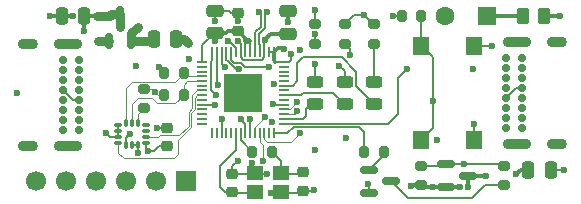
<source format=gbr>
%TF.GenerationSoftware,KiCad,Pcbnew,9.0.4*%
%TF.CreationDate,2025-10-09T20:33:17+01:00*%
%TF.ProjectId,DashcamPower,44617368-6361-46d5-906f-7765722e6b69,rev?*%
%TF.SameCoordinates,Original*%
%TF.FileFunction,Copper,L1,Top*%
%TF.FilePolarity,Positive*%
%FSLAX46Y46*%
G04 Gerber Fmt 4.6, Leading zero omitted, Abs format (unit mm)*
G04 Created by KiCad (PCBNEW 9.0.4) date 2025-10-09 20:33:17*
%MOMM*%
%LPD*%
G01*
G04 APERTURE LIST*
G04 Aperture macros list*
%AMRoundRect*
0 Rectangle with rounded corners*
0 $1 Rounding radius*
0 $2 $3 $4 $5 $6 $7 $8 $9 X,Y pos of 4 corners*
0 Add a 4 corners polygon primitive as box body*
4,1,4,$2,$3,$4,$5,$6,$7,$8,$9,$2,$3,0*
0 Add four circle primitives for the rounded corners*
1,1,$1+$1,$2,$3*
1,1,$1+$1,$4,$5*
1,1,$1+$1,$6,$7*
1,1,$1+$1,$8,$9*
0 Add four rect primitives between the rounded corners*
20,1,$1+$1,$2,$3,$4,$5,0*
20,1,$1+$1,$4,$5,$6,$7,0*
20,1,$1+$1,$6,$7,$8,$9,0*
20,1,$1+$1,$8,$9,$2,$3,0*%
G04 Aperture macros list end*
%TA.AperFunction,SMDPad,CuDef*%
%ADD10RoundRect,0.200000X-0.200000X-0.275000X0.200000X-0.275000X0.200000X0.275000X-0.200000X0.275000X0*%
%TD*%
%TA.AperFunction,SMDPad,CuDef*%
%ADD11RoundRect,0.200000X-0.275000X0.200000X-0.275000X-0.200000X0.275000X-0.200000X0.275000X0.200000X0*%
%TD*%
%TA.AperFunction,SMDPad,CuDef*%
%ADD12RoundRect,0.225000X0.250000X-0.225000X0.250000X0.225000X-0.250000X0.225000X-0.250000X-0.225000X0*%
%TD*%
%TA.AperFunction,ComponentPad*%
%ADD13C,0.700000*%
%TD*%
%TA.AperFunction,ComponentPad*%
%ADD14O,2.400000X0.900000*%
%TD*%
%TA.AperFunction,ComponentPad*%
%ADD15O,1.700000X0.900000*%
%TD*%
%TA.AperFunction,SMDPad,CuDef*%
%ADD16RoundRect,0.200000X0.275000X-0.200000X0.275000X0.200000X-0.275000X0.200000X-0.275000X-0.200000X0*%
%TD*%
%TA.AperFunction,ComponentPad*%
%ADD17R,1.700000X1.700000*%
%TD*%
%TA.AperFunction,ComponentPad*%
%ADD18C,1.700000*%
%TD*%
%TA.AperFunction,SMDPad,CuDef*%
%ADD19RoundRect,0.150000X-0.587500X-0.150000X0.587500X-0.150000X0.587500X0.150000X-0.587500X0.150000X0*%
%TD*%
%TA.AperFunction,ComponentPad*%
%ADD20RoundRect,0.250000X0.550000X0.550000X-0.550000X0.550000X-0.550000X-0.550000X0.550000X-0.550000X0*%
%TD*%
%TA.AperFunction,ComponentPad*%
%ADD21C,1.600000*%
%TD*%
%TA.AperFunction,SMDPad,CuDef*%
%ADD22RoundRect,0.250000X0.250000X0.475000X-0.250000X0.475000X-0.250000X-0.475000X0.250000X-0.475000X0*%
%TD*%
%TA.AperFunction,SMDPad,CuDef*%
%ADD23R,1.400000X1.600000*%
%TD*%
%TA.AperFunction,SMDPad,CuDef*%
%ADD24RoundRect,0.087500X-0.225000X-0.087500X0.225000X-0.087500X0.225000X0.087500X-0.225000X0.087500X0*%
%TD*%
%TA.AperFunction,SMDPad,CuDef*%
%ADD25RoundRect,0.087500X-0.087500X-0.225000X0.087500X-0.225000X0.087500X0.225000X-0.087500X0.225000X0*%
%TD*%
%TA.AperFunction,SMDPad,CuDef*%
%ADD26RoundRect,0.050000X-0.387500X-0.050000X0.387500X-0.050000X0.387500X0.050000X-0.387500X0.050000X0*%
%TD*%
%TA.AperFunction,SMDPad,CuDef*%
%ADD27RoundRect,0.050000X-0.050000X-0.387500X0.050000X-0.387500X0.050000X0.387500X-0.050000X0.387500X0*%
%TD*%
%TA.AperFunction,HeatsinkPad*%
%ADD28R,3.200000X3.200000*%
%TD*%
%TA.AperFunction,SMDPad,CuDef*%
%ADD29RoundRect,0.250000X0.475000X-0.250000X0.475000X0.250000X-0.475000X0.250000X-0.475000X-0.250000X0*%
%TD*%
%TA.AperFunction,SMDPad,CuDef*%
%ADD30RoundRect,0.243750X-0.456250X0.243750X-0.456250X-0.243750X0.456250X-0.243750X0.456250X0.243750X0*%
%TD*%
%TA.AperFunction,SMDPad,CuDef*%
%ADD31RoundRect,0.150000X0.150000X-0.512500X0.150000X0.512500X-0.150000X0.512500X-0.150000X-0.512500X0*%
%TD*%
%TA.AperFunction,SMDPad,CuDef*%
%ADD32R,1.400000X1.200000*%
%TD*%
%TA.AperFunction,SMDPad,CuDef*%
%ADD33RoundRect,0.200000X0.200000X0.275000X-0.200000X0.275000X-0.200000X-0.275000X0.200000X-0.275000X0*%
%TD*%
%TA.AperFunction,SMDPad,CuDef*%
%ADD34RoundRect,0.225000X-0.250000X0.225000X-0.250000X-0.225000X0.250000X-0.225000X0.250000X0.225000X0*%
%TD*%
%TA.AperFunction,SMDPad,CuDef*%
%ADD35RoundRect,0.250000X0.262500X0.450000X-0.262500X0.450000X-0.262500X-0.450000X0.262500X-0.450000X0*%
%TD*%
%TA.AperFunction,SMDPad,CuDef*%
%ADD36RoundRect,0.250000X-0.250000X-0.475000X0.250000X-0.475000X0.250000X0.475000X-0.250000X0.475000X0*%
%TD*%
%TA.AperFunction,ViaPad*%
%ADD37C,0.600000*%
%TD*%
%TA.AperFunction,Conductor*%
%ADD38C,0.152400*%
%TD*%
%TA.AperFunction,Conductor*%
%ADD39C,0.100000*%
%TD*%
%TA.AperFunction,Conductor*%
%ADD40C,0.350000*%
%TD*%
%TA.AperFunction,Conductor*%
%ADD41C,0.200000*%
%TD*%
%TA.AperFunction,Conductor*%
%ADD42C,0.750000*%
%TD*%
%TA.AperFunction,Conductor*%
%ADD43C,0.180000*%
%TD*%
G04 APERTURE END LIST*
D10*
%TO.P,R4,1*%
%TO.N,/USB_OUT_ON*%
X97675000Y-105000000D03*
%TO.P,R4,2*%
%TO.N,Net-(Q2-B)*%
X99325000Y-105000000D03*
%TD*%
D11*
%TO.P,R5,1*%
%TO.N,+3.3V*%
X79000000Y-99675000D03*
%TO.P,R5,2*%
%TO.N,Net-(U2-CS)*%
X79000000Y-101325000D03*
%TD*%
D12*
%TO.P,C4,1*%
%TO.N,+3.3V*%
X87000000Y-94775000D03*
%TO.P,C4,2*%
%TO.N,GND*%
X87000000Y-93225000D03*
%TD*%
D13*
%TO.P,J2,A1,GND*%
%TO.N,GND*%
X109650000Y-102975000D03*
%TO.P,J2,A4,VBUS*%
%TO.N,/USB_VOUT*%
X109650000Y-102125000D03*
%TO.P,J2,A5,CC1*%
%TO.N,Net-(J2-CC1)*%
X109650000Y-101275000D03*
%TO.P,J2,A6,D+*%
%TO.N,Net-(J2-D+-PadA6)*%
X109650000Y-100425000D03*
%TO.P,J2,A7,D-*%
%TO.N,Net-(J2-D--PadA7)*%
X109650000Y-99575000D03*
%TO.P,J2,A8,SBU1*%
%TO.N,unconnected-(J2-SBU1-PadA8)*%
X109650000Y-98725000D03*
%TO.P,J2,A9,VBUS*%
%TO.N,/USB_VOUT*%
X109650000Y-97875000D03*
%TO.P,J2,A12,GND*%
%TO.N,GND*%
X109650000Y-97025000D03*
%TO.P,J2,B1,GND*%
X111000000Y-97025000D03*
%TO.P,J2,B4,VBUS*%
%TO.N,/USB_VOUT*%
X111000000Y-97875000D03*
%TO.P,J2,B5,CC2*%
%TO.N,Net-(J2-CC2)*%
X111000000Y-98725000D03*
%TO.P,J2,B6,D+*%
%TO.N,Net-(J2-D+-PadA6)*%
X111000000Y-99575000D03*
%TO.P,J2,B7,D-*%
%TO.N,Net-(J2-D--PadA7)*%
X111000000Y-100425000D03*
%TO.P,J2,B8,SBU2*%
%TO.N,unconnected-(J2-SBU2-PadB8)*%
X111000000Y-101275000D03*
%TO.P,J2,B9,VBUS*%
%TO.N,/USB_VOUT*%
X111000000Y-102125000D03*
%TO.P,J2,B12,GND*%
%TO.N,GND*%
X111000000Y-102975000D03*
D14*
%TO.P,J2,S1,SHIELD*%
X110630000Y-104325000D03*
D15*
X114010000Y-104325000D03*
D14*
X110630000Y-95675000D03*
D15*
X114010000Y-95675000D03*
%TD*%
D16*
%TO.P,R15,1*%
%TO.N,Net-(D2-K)*%
X96000000Y-95825000D03*
%TO.P,R15,2*%
%TO.N,GND*%
X96000000Y-94175000D03*
%TD*%
%TO.P,R3,1*%
%TO.N,+5V*%
X102500000Y-107825000D03*
%TO.P,R3,2*%
%TO.N,Net-(Q1-G)*%
X102500000Y-106175000D03*
%TD*%
D17*
%TO.P,J4,1,Pin_1*%
%TO.N,/SWD*%
X82540000Y-107500000D03*
D18*
%TO.P,J4,2,Pin_2*%
%TO.N,GND*%
X80000000Y-107500000D03*
%TO.P,J4,3,Pin_3*%
%TO.N,/SWC*%
X77460000Y-107500000D03*
%TO.P,J4,4,Pin_4*%
%TO.N,/UTX*%
X74920000Y-107500000D03*
%TO.P,J4,5,Pin_5*%
%TO.N,/URX*%
X72380000Y-107500000D03*
%TO.P,J4,6,Pin_6*%
%TO.N,+3.3V*%
X69840000Y-107500000D03*
%TD*%
D19*
%TO.P,Q2,1,B*%
%TO.N,Net-(Q2-B)*%
X98062500Y-106550000D03*
%TO.P,Q2,2,E*%
%TO.N,GND*%
X98062500Y-108450000D03*
%TO.P,Q2,3,C*%
%TO.N,Net-(Q2-C)*%
X99937500Y-107500000D03*
%TD*%
D12*
%TO.P,C5,1*%
%TO.N,+3.3V*%
X81000000Y-104500000D03*
%TO.P,C5,2*%
%TO.N,GND*%
X81000000Y-102950000D03*
%TD*%
D20*
%TO.P,LS1,1,1*%
%TO.N,Net-(LS1-Pad1)*%
X108100000Y-93500000D03*
D21*
%TO.P,LS1,2,2*%
%TO.N,Net-(Q3-C)*%
X104500000Y-93500000D03*
%TD*%
D22*
%TO.P,C1,1*%
%TO.N,+5V*%
X73950000Y-93500000D03*
%TO.P,C1,2*%
%TO.N,GND*%
X72050000Y-93500000D03*
%TD*%
D23*
%TO.P,SW1,1,1*%
%TO.N,Net-(R17-Pad2)*%
X102500000Y-104000000D03*
X102500000Y-96000000D03*
%TO.P,SW1,2,2*%
%TO.N,GND*%
X107000000Y-104000000D03*
X107000000Y-96000000D03*
%TD*%
D24*
%TO.P,U2,1,SDO/SA0*%
%TO.N,GND*%
X76837500Y-102750000D03*
%TO.P,U2,2,SDX*%
X76837500Y-103250000D03*
%TO.P,U2,3,SCX*%
X76837500Y-103750000D03*
%TO.P,U2,4,INT1*%
%TO.N,/IMU_INT1*%
X76837500Y-104250000D03*
D25*
%TO.P,U2,5,VDDIO*%
%TO.N,+3.3V*%
X77500000Y-104412500D03*
%TO.P,U2,6,GND*%
%TO.N,GND*%
X78000000Y-104412500D03*
%TO.P,U2,7,GND*%
X78500000Y-104412500D03*
D24*
%TO.P,U2,8,VDD*%
%TO.N,+3.3V*%
X79162500Y-104250000D03*
%TO.P,U2,9,INT2*%
%TO.N,/IMU_INT2*%
X79162500Y-103750000D03*
%TO.P,U2,10,NC*%
%TO.N,unconnected-(U2-NC-Pad10)*%
X79162500Y-103250000D03*
%TO.P,U2,11,NC*%
%TO.N,unconnected-(U2-NC-Pad11)*%
X79162500Y-102750000D03*
D25*
%TO.P,U2,12,CS*%
%TO.N,Net-(U2-CS)*%
X78500000Y-102587500D03*
%TO.P,U2,13,SCL*%
%TO.N,/I2C_SCL*%
X78000000Y-102587500D03*
%TO.P,U2,14,SDA*%
%TO.N,/I2C_SDA*%
X77500000Y-102587500D03*
%TD*%
D10*
%TO.P,R17,1*%
%TO.N,+3.3V*%
X100850000Y-93500000D03*
%TO.P,R17,2*%
%TO.N,Net-(R17-Pad2)*%
X102500000Y-93500000D03*
%TD*%
D13*
%TO.P,J1,A1,GND*%
%TO.N,GND*%
X73525000Y-97200000D03*
%TO.P,J1,A4,VBUS*%
%TO.N,+5V*%
X73525000Y-98050000D03*
%TO.P,J1,A5,CC1*%
%TO.N,Net-(J1-CC1)*%
X73525000Y-98900000D03*
%TO.P,J1,A6,D+*%
%TO.N,/USB_D_P*%
X73525000Y-99750000D03*
%TO.P,J1,A7,D-*%
%TO.N,/USB_D_N*%
X73525000Y-100600000D03*
%TO.P,J1,A8,SBU1*%
%TO.N,unconnected-(J1-SBU1-PadA8)*%
X73525000Y-101450000D03*
%TO.P,J1,A9,VBUS*%
%TO.N,+5V*%
X73525000Y-102300000D03*
%TO.P,J1,A12,GND*%
%TO.N,GND*%
X73525000Y-103150000D03*
%TO.P,J1,B1,GND*%
X72175000Y-103150000D03*
%TO.P,J1,B4,VBUS*%
%TO.N,+5V*%
X72175000Y-102300000D03*
%TO.P,J1,B5,CC2*%
%TO.N,Net-(J1-CC2)*%
X72175000Y-101450000D03*
%TO.P,J1,B6,D+*%
%TO.N,/USB_D_P*%
X72175000Y-100600000D03*
%TO.P,J1,B7,D-*%
%TO.N,/USB_D_N*%
X72175000Y-99750000D03*
%TO.P,J1,B8,SBU2*%
%TO.N,unconnected-(J1-SBU2-PadB8)*%
X72175000Y-98900000D03*
%TO.P,J1,B9,VBUS*%
%TO.N,+5V*%
X72175000Y-98050000D03*
%TO.P,J1,B12,GND*%
%TO.N,GND*%
X72175000Y-97200000D03*
D14*
%TO.P,J1,S1,SHIELD*%
X72545000Y-95850000D03*
D15*
X69165000Y-95850000D03*
D14*
X72545000Y-104500000D03*
D15*
X69165000Y-104500000D03*
%TD*%
D10*
%TO.P,R6,1*%
%TO.N,+3.3V*%
X80725000Y-100200000D03*
%TO.P,R6,2*%
%TO.N,/I2C_SCL*%
X82375000Y-100200000D03*
%TD*%
D26*
%TO.P,U3,1,IOVDD*%
%TO.N,+3.3V*%
X83962500Y-97400000D03*
%TO.P,U3,2,GPIO0*%
%TO.N,unconnected-(U3-GPIO0-Pad2)*%
X83962500Y-97800000D03*
%TO.P,U3,3,GPIO1*%
%TO.N,unconnected-(U3-GPIO1-Pad3)*%
X83962500Y-98200000D03*
%TO.P,U3,4,GPIO2*%
%TO.N,/I2C_SDA*%
X83962500Y-98600000D03*
%TO.P,U3,5,GPIO3*%
%TO.N,/I2C_SCL*%
X83962500Y-99000000D03*
%TO.P,U3,6,GPIO4*%
%TO.N,unconnected-(U3-GPIO4-Pad6)*%
X83962500Y-99400000D03*
%TO.P,U3,7,GPIO5*%
%TO.N,/IMU_INT2*%
X83962500Y-99800000D03*
%TO.P,U3,8,GPIO6*%
%TO.N,/IMU_INT1*%
X83962500Y-100200000D03*
%TO.P,U3,9,GPIO7*%
%TO.N,unconnected-(U3-GPIO7-Pad9)*%
X83962500Y-100600000D03*
%TO.P,U3,10,IOVDD*%
%TO.N,+3.3V*%
X83962500Y-101000000D03*
%TO.P,U3,11,GPIO8*%
%TO.N,unconnected-(U3-GPIO8-Pad11)*%
X83962500Y-101400000D03*
%TO.P,U3,12,GPIO9*%
%TO.N,unconnected-(U3-GPIO9-Pad12)*%
X83962500Y-101800000D03*
%TO.P,U3,13,GPIO10*%
%TO.N,unconnected-(U3-GPIO10-Pad13)*%
X83962500Y-102200000D03*
%TO.P,U3,14,GPIO11*%
%TO.N,unconnected-(U3-GPIO11-Pad14)*%
X83962500Y-102600000D03*
D27*
%TO.P,U3,15,GPIO12*%
%TO.N,unconnected-(U3-GPIO12-Pad15)*%
X84800000Y-103437500D03*
%TO.P,U3,16,GPIO13*%
%TO.N,unconnected-(U3-GPIO13-Pad16)*%
X85200000Y-103437500D03*
%TO.P,U3,17,GPIO14*%
%TO.N,/BUZZER*%
X85600000Y-103437500D03*
%TO.P,U3,18,GPIO15*%
%TO.N,unconnected-(U3-GPIO15-Pad18)*%
X86000000Y-103437500D03*
%TO.P,U3,19,TESTEN*%
%TO.N,unconnected-(U3-TESTEN-Pad19)*%
X86400000Y-103437500D03*
%TO.P,U3,20,XIN*%
%TO.N,Net-(U3-XIN)*%
X86800000Y-103437500D03*
%TO.P,U3,21,XOUT*%
%TO.N,Net-(U3-XOUT)*%
X87200000Y-103437500D03*
%TO.P,U3,22,IOVDD*%
%TO.N,+3.3V*%
X87600000Y-103437500D03*
%TO.P,U3,23,DVDD*%
%TO.N,/VCORE*%
X88000000Y-103437500D03*
%TO.P,U3,24,SWCLK*%
%TO.N,/SWC*%
X88400000Y-103437500D03*
%TO.P,U3,25,SWD*%
%TO.N,/SWD*%
X88800000Y-103437500D03*
%TO.P,U3,26,RUN*%
%TO.N,Net-(U3-RUN)*%
X89200000Y-103437500D03*
%TO.P,U3,27,GPIO16*%
%TO.N,unconnected-(U3-GPIO16-Pad27)*%
X89600000Y-103437500D03*
%TO.P,U3,28,GPIO17*%
%TO.N,/USB_OUT_ON*%
X90000000Y-103437500D03*
D26*
%TO.P,U3,29,GPIO18*%
%TO.N,/BTN*%
X90837500Y-102600000D03*
%TO.P,U3,30,GPIO19*%
%TO.N,/LED_G*%
X90837500Y-102200000D03*
%TO.P,U3,31,GPIO20*%
%TO.N,/UTX*%
X90837500Y-101800000D03*
%TO.P,U3,32,GPIO21*%
%TO.N,/URX*%
X90837500Y-101400000D03*
%TO.P,U3,33,IOVDD*%
%TO.N,+3.3V*%
X90837500Y-101000000D03*
%TO.P,U3,34,GPIO22*%
%TO.N,unconnected-(U3-GPIO22-Pad34)*%
X90837500Y-100600000D03*
%TO.P,U3,35,GPIO23*%
%TO.N,/LED_R*%
X90837500Y-100200000D03*
%TO.P,U3,36,GPIO24*%
%TO.N,unconnected-(U3-GPIO24-Pad36)*%
X90837500Y-99800000D03*
%TO.P,U3,37,GPIO25*%
%TO.N,/LED_Y*%
X90837500Y-99400000D03*
%TO.P,U3,38,GPIO26_ADC0*%
%TO.N,unconnected-(U3-GPIO26_ADC0-Pad38)*%
X90837500Y-99000000D03*
%TO.P,U3,39,GPIO27_ADC1*%
%TO.N,unconnected-(U3-GPIO27_ADC1-Pad39)*%
X90837500Y-98600000D03*
%TO.P,U3,40,GPIO28_ADC2*%
%TO.N,unconnected-(U3-GPIO28_ADC2-Pad40)*%
X90837500Y-98200000D03*
%TO.P,U3,41,GPIO29_ADC3*%
%TO.N,unconnected-(U3-GPIO29_ADC3-Pad41)*%
X90837500Y-97800000D03*
%TO.P,U3,42,IOVDD*%
%TO.N,+3.3V*%
X90837500Y-97400000D03*
D27*
%TO.P,U3,43,ADC_AVDD*%
X90000000Y-96562500D03*
%TO.P,U3,44,VREG_IN*%
X89600000Y-96562500D03*
%TO.P,U3,45,VREG_VOUT*%
%TO.N,/VCORE*%
X89200000Y-96562500D03*
%TO.P,U3,46,USB_DM*%
%TO.N,/USB_RES_D_P*%
X88800000Y-96562500D03*
%TO.P,U3,47,USB_DP*%
%TO.N,/USB_RES_D_N*%
X88400000Y-96562500D03*
%TO.P,U3,48,USB_VDD*%
%TO.N,+3.3V*%
X88000000Y-96562500D03*
%TO.P,U3,49,IOVDD*%
X87600000Y-96562500D03*
%TO.P,U3,50,DVDD*%
%TO.N,/VCORE*%
X87200000Y-96562500D03*
%TO.P,U3,51,QSPI_SD3*%
%TO.N,/QSPI_SD3*%
X86800000Y-96562500D03*
%TO.P,U3,52,QSPI_SCLK*%
%TO.N,/QSPI_CLK*%
X86400000Y-96562500D03*
%TO.P,U3,53,QSPI_SD0*%
%TO.N,/QSPI_SD0*%
X86000000Y-96562500D03*
%TO.P,U3,54,QSPI_SD2*%
%TO.N,/QSPI_SD2*%
X85600000Y-96562500D03*
%TO.P,U3,55,QSPI_SD1*%
%TO.N,/QSPI_SD1*%
X85200000Y-96562500D03*
%TO.P,U3,56,QSPI_SS*%
%TO.N,/QSPI_SS*%
X84800000Y-96562500D03*
D28*
%TO.P,U3,57,GND*%
%TO.N,GND*%
X87400000Y-100000000D03*
%TD*%
D29*
%TO.P,C9,1*%
%TO.N,+3.3V*%
X85000000Y-94950000D03*
%TO.P,C9,2*%
%TO.N,GND*%
X85000000Y-93050000D03*
%TD*%
D30*
%TO.P,D3,1,K*%
%TO.N,Net-(D3-K)*%
X98500000Y-99062500D03*
%TO.P,D3,2,A*%
%TO.N,/LED_Y*%
X98500000Y-100937500D03*
%TD*%
D16*
%TO.P,R16,1*%
%TO.N,Net-(D3-K)*%
X98500000Y-95825000D03*
%TO.P,R16,2*%
%TO.N,GND*%
X98500000Y-94175000D03*
%TD*%
D31*
%TO.P,U1,1,GND*%
%TO.N,GND*%
X76050000Y-95637500D03*
%TO.P,U1,2,VO*%
%TO.N,+3.3V*%
X77950000Y-95637500D03*
%TO.P,U1,3,VI*%
%TO.N,+5V*%
X77000000Y-93362500D03*
%TD*%
D16*
%TO.P,R22,1*%
%TO.N,Net-(Q2-C)*%
X109500000Y-107825000D03*
%TO.P,R22,2*%
%TO.N,Net-(Q1-G)*%
X109500000Y-106175000D03*
%TD*%
D19*
%TO.P,Q1,1,G*%
%TO.N,Net-(Q1-G)*%
X104562500Y-106050000D03*
%TO.P,Q1,2,S*%
%TO.N,+5V*%
X104562500Y-107950000D03*
%TO.P,Q1,3,D*%
%TO.N,/USB_VOUT*%
X106437500Y-107000000D03*
%TD*%
D32*
%TO.P,Y1,1,1*%
%TO.N,Net-(C11-Pad1)*%
X90600000Y-106800000D03*
%TO.P,Y1,2,2*%
%TO.N,GND*%
X88400000Y-106800000D03*
%TO.P,Y1,3,3*%
%TO.N,Net-(U3-XIN)*%
X88400000Y-108400000D03*
%TO.P,Y1,4,4*%
%TO.N,GND*%
X90600000Y-108400000D03*
%TD*%
D33*
%TO.P,R10,1*%
%TO.N,Net-(C11-Pad1)*%
X89825000Y-105000000D03*
%TO.P,R10,2*%
%TO.N,Net-(U3-XOUT)*%
X88175000Y-105000000D03*
%TD*%
D30*
%TO.P,D2,1,K*%
%TO.N,Net-(D2-K)*%
X96000000Y-99062500D03*
%TO.P,D2,2,A*%
%TO.N,/LED_R*%
X96000000Y-100937500D03*
%TD*%
%TO.P,D1,1,K*%
%TO.N,Net-(D1-K)*%
X93500000Y-99062500D03*
%TO.P,D1,2,A*%
%TO.N,/LED_G*%
X93500000Y-100937500D03*
%TD*%
D34*
%TO.P,C11,1*%
%TO.N,Net-(C11-Pad1)*%
X92500000Y-106725000D03*
%TO.P,C11,2*%
%TO.N,GND*%
X92500000Y-108275000D03*
%TD*%
D35*
%TO.P,R20,1*%
%TO.N,+5V*%
X112912500Y-93500000D03*
%TO.P,R20,2*%
%TO.N,Net-(LS1-Pad1)*%
X111087500Y-93500000D03*
%TD*%
D10*
%TO.P,R7,1*%
%TO.N,+3.3V*%
X80750000Y-98300000D03*
%TO.P,R7,2*%
%TO.N,/I2C_SDA*%
X82400000Y-98300000D03*
%TD*%
D29*
%TO.P,C6,1*%
%TO.N,/VCORE*%
X91250000Y-95000000D03*
%TO.P,C6,2*%
%TO.N,GND*%
X91250000Y-93100000D03*
%TD*%
D12*
%TO.P,C12,1*%
%TO.N,Net-(U3-XIN)*%
X86500000Y-108400000D03*
%TO.P,C12,2*%
%TO.N,GND*%
X86500000Y-106850000D03*
%TD*%
D16*
%TO.P,R14,1*%
%TO.N,Net-(D1-K)*%
X93500000Y-95825000D03*
%TO.P,R14,2*%
%TO.N,GND*%
X93500000Y-94175000D03*
%TD*%
D36*
%TO.P,C3,1*%
%TO.N,/USB_VOUT*%
X111550000Y-106500000D03*
%TO.P,C3,2*%
%TO.N,GND*%
X113450000Y-106500000D03*
%TD*%
%TO.P,C2,1*%
%TO.N,+3.3V*%
X79850000Y-95450000D03*
%TO.P,C2,2*%
%TO.N,GND*%
X81750000Y-95450000D03*
%TD*%
D37*
%TO.N,GND*%
X92250000Y-96350000D03*
%TO.N,+5V*%
X75000000Y-93500000D03*
X103450000Y-107950000D03*
X114200000Y-93500000D03*
X105749997Y-107950000D03*
X73950000Y-94800000D03*
X76999000Y-94450000D03*
X101600000Y-107850000D03*
%TO.N,GND*%
X73000000Y-93500000D03*
X88150122Y-105975000D03*
X82750000Y-95800000D03*
X91250000Y-94000000D03*
X78500000Y-105100000D03*
X86450000Y-101000000D03*
X78350000Y-97700000D03*
X87000000Y-93900000D03*
X97650000Y-93400000D03*
X97950000Y-107700000D03*
X89888167Y-102492598D03*
X107000000Y-102650000D03*
X86500000Y-100000000D03*
X106900000Y-98000000D03*
X93500000Y-93000000D03*
X114550000Y-106500000D03*
X68300000Y-100050000D03*
X93450000Y-108250000D03*
X89750000Y-108500000D03*
X82800000Y-97100000D03*
X85000000Y-93900000D03*
X75150000Y-95650000D03*
X87411725Y-98888275D03*
X108450000Y-96000000D03*
X89399998Y-106900000D03*
X86950000Y-105750000D03*
X80150000Y-102950000D03*
X96150000Y-103800000D03*
X71100000Y-93500000D03*
X75800000Y-103400000D03*
X90000000Y-99250000D03*
%TO.N,+3.3V*%
X93500000Y-104850000D03*
X87843800Y-95587988D03*
X91500000Y-96700000D03*
X85050000Y-101000000D03*
X78500000Y-94400000D03*
X89900000Y-100905000D03*
X79400000Y-104900000D03*
X79950000Y-99950000D03*
X80300000Y-97850000D03*
X77800000Y-103500000D03*
X100137500Y-93500748D03*
X78800000Y-95637500D03*
X90850000Y-96300000D03*
X85013075Y-95641883D03*
X87200000Y-102200000D03*
%TO.N,/VCORE*%
X88000000Y-102250000D03*
X86950000Y-95650000D03*
X89256200Y-95500000D03*
%TO.N,/BTN*%
X101250000Y-98000000D03*
%TO.N,Net-(U3-RUN)*%
X92200000Y-103400000D03*
%TO.N,Net-(D1-K)*%
X93500000Y-97550000D03*
X93500000Y-95000000D03*
%TO.N,Net-(D2-K)*%
X96450000Y-96800000D03*
X95538275Y-97711725D03*
%TO.N,/SWC*%
X89223608Y-102047215D03*
%TO.N,/URX*%
X91975000Y-100776200D03*
%TO.N,/UTX*%
X92002616Y-101575726D03*
%TO.N,/SWD*%
X89100000Y-105799998D03*
%TO.N,Net-(Q1-G)*%
X106100000Y-106050000D03*
%TO.N,/USB_RES_D_N*%
X88718301Y-93145685D03*
%TO.N,/USB_RES_D_P*%
X89470701Y-93145685D03*
%TO.N,Net-(R17-Pad2)*%
X103500000Y-100650000D03*
%TO.N,/BUZZER*%
X85600000Y-102250000D03*
%TO.N,/QSPI_SD1*%
X85253400Y-99350000D03*
%TO.N,/QSPI_SD2*%
X85850000Y-97850000D03*
%TO.N,/QSPI_CLK*%
X89611196Y-97815792D03*
%TO.N,/QSPI_SS*%
X85100000Y-100200000D03*
%TO.N,/USB_VOUT*%
X110550000Y-106850000D03*
X103800000Y-104000000D03*
X107950000Y-107000000D03*
X106450000Y-107950000D03*
%TO.N,/QSPI_SD0*%
X87081022Y-97999998D03*
%TO.N,/QSPI_SD3*%
X86150000Y-95600000D03*
%TD*%
D38*
%TO.N,GND*%
X88150122Y-106650122D02*
X88400000Y-106900000D01*
X88150122Y-105975000D02*
X88150122Y-106650122D01*
D39*
%TO.N,+3.3V*%
X79950000Y-99950000D02*
X80200000Y-100200000D01*
X79675000Y-99675000D02*
X79000000Y-99675000D01*
X79950000Y-99950000D02*
X79675000Y-99675000D01*
X80200000Y-100200000D02*
X80725000Y-100200000D01*
%TO.N,Net-(U2-CS)*%
X78500000Y-102587500D02*
X78500000Y-101825000D01*
X78500000Y-101825000D02*
X79000000Y-101325000D01*
D40*
%TO.N,+3.3V*%
X90362500Y-96200000D02*
X90000000Y-96562500D01*
X90750000Y-96200000D02*
X90362500Y-96200000D01*
X90850000Y-96300000D02*
X90750000Y-96200000D01*
D41*
X91300000Y-97400000D02*
X90837500Y-97400000D01*
X91500000Y-97200000D02*
X91300000Y-97400000D01*
X91500000Y-96700000D02*
X91500000Y-97200000D01*
D40*
%TO.N,+5V*%
X101625000Y-107825000D02*
X101600000Y-107850000D01*
D42*
X77000000Y-93362500D02*
X77000000Y-93700000D01*
D40*
X102500000Y-107825000D02*
X101625000Y-107825000D01*
X112912500Y-93500000D02*
X114200000Y-93500000D01*
D42*
X77000000Y-93700000D02*
X76999000Y-93701000D01*
D40*
X102625000Y-107950000D02*
X102500000Y-107825000D01*
X73950000Y-93500000D02*
X73950000Y-94800000D01*
X104562500Y-107950000D02*
X103450000Y-107950000D01*
D42*
X76100000Y-93500000D02*
X75000000Y-93500000D01*
D40*
X73950000Y-93500000D02*
X75000000Y-93500000D01*
D42*
X76999000Y-93701000D02*
X76999000Y-94450000D01*
D40*
X105550000Y-107950000D02*
X105800000Y-107950000D01*
X104562500Y-107950000D02*
X105550000Y-107950000D01*
D42*
X76237500Y-93362500D02*
X76100000Y-93500000D01*
D40*
X105800000Y-107950000D02*
X105749997Y-107950000D01*
D42*
X77000000Y-93362500D02*
X76237500Y-93362500D01*
D40*
X103450000Y-107950000D02*
X102625000Y-107950000D01*
D38*
%TO.N,GND*%
X72050000Y-93650000D02*
X72100000Y-93700000D01*
X78500000Y-104412500D02*
X78500000Y-105100000D01*
X88400000Y-106900000D02*
X89399998Y-106900000D01*
X96000000Y-94175000D02*
X96025000Y-94175000D01*
X113450000Y-106500000D02*
X114550000Y-106500000D01*
D42*
X81750000Y-95450000D02*
X82400000Y-95450000D01*
D38*
X76837500Y-103250000D02*
X76837500Y-102750000D01*
X98062500Y-108450000D02*
X98062500Y-107812500D01*
D40*
X72050000Y-93500000D02*
X73000000Y-93500000D01*
D38*
X76837500Y-103750000D02*
X76150000Y-103750000D01*
X98062500Y-107812500D02*
X97950000Y-107700000D01*
X106950000Y-104000000D02*
X106900000Y-104050000D01*
X98500000Y-94175000D02*
X98425000Y-94175000D01*
X86200000Y-93050000D02*
X85000000Y-93050000D01*
X107000000Y-104000000D02*
X107000000Y-102650000D01*
X76837500Y-103750000D02*
X76837500Y-103250000D01*
X85000000Y-93050000D02*
X85000000Y-93900000D01*
X92500000Y-108275000D02*
X93425000Y-108275000D01*
X87400000Y-100000000D02*
X87400000Y-98900000D01*
X86500000Y-106850000D02*
X86500000Y-106200000D01*
X86375000Y-93225000D02*
X86200000Y-93050000D01*
X93425000Y-108275000D02*
X93450000Y-108250000D01*
D42*
X76050000Y-95637500D02*
X75162500Y-95637500D01*
D38*
X88250000Y-106900000D02*
X88200000Y-106850000D01*
X87000000Y-93225000D02*
X87000000Y-93900000D01*
X88400000Y-106900000D02*
X88250000Y-106900000D01*
X81000000Y-102950000D02*
X80150000Y-102950000D01*
X96800000Y-93400000D02*
X97650000Y-93400000D01*
D42*
X82400000Y-95450000D02*
X82750000Y-95800000D01*
D38*
X76150000Y-103750000D02*
X75800000Y-103400000D01*
X96025000Y-94175000D02*
X96800000Y-93400000D01*
X98425000Y-94175000D02*
X97650000Y-93400000D01*
X87400000Y-100050000D02*
X86450000Y-101000000D01*
X90600000Y-108500000D02*
X89750000Y-108500000D01*
X87400000Y-100000000D02*
X87400000Y-100050000D01*
X88200000Y-106850000D02*
X86500000Y-106850000D01*
D42*
X75162500Y-95637500D02*
X75150000Y-95650000D01*
D38*
X87000000Y-93225000D02*
X86375000Y-93225000D01*
X90600000Y-108500000D02*
X92275000Y-108500000D01*
X93500000Y-94175000D02*
X93500000Y-93000000D01*
D40*
X91250000Y-93100000D02*
X91250000Y-94000000D01*
D38*
X87400000Y-98900000D02*
X87411725Y-98888275D01*
X92275000Y-108500000D02*
X92500000Y-108275000D01*
X86500000Y-106200000D02*
X86950000Y-105750000D01*
X87400000Y-100000000D02*
X86500000Y-100000000D01*
D40*
X71100000Y-93500000D02*
X72050000Y-93500000D01*
D38*
X107000000Y-96000000D02*
X108450000Y-96000000D01*
X78000000Y-104412500D02*
X78500000Y-104412500D01*
D40*
%TO.N,+3.3V*%
X88000000Y-95650000D02*
X87600000Y-95650000D01*
D38*
X87600000Y-102675909D02*
X87600000Y-103437500D01*
D39*
X80750000Y-98300000D02*
X80300000Y-97850000D01*
D40*
X86125000Y-94775000D02*
X87000000Y-94775000D01*
X90000000Y-96562500D02*
X90000000Y-97250000D01*
X85000000Y-94950000D02*
X85000000Y-95628808D01*
D38*
X87200000Y-102275909D02*
X87600000Y-102675909D01*
D41*
X90150000Y-97400000D02*
X90100000Y-97350000D01*
D42*
X78800000Y-95637500D02*
X79662500Y-95637500D01*
D38*
X79162500Y-104662500D02*
X79400000Y-104900000D01*
D42*
X77950000Y-95637500D02*
X77950000Y-94950000D01*
D38*
X87600000Y-96562500D02*
X87600000Y-95650000D01*
X100138248Y-93500000D02*
X100137500Y-93500748D01*
X88000000Y-95744188D02*
X87843800Y-95587988D01*
D40*
X85000000Y-95628808D02*
X85013075Y-95641883D01*
D38*
X79400000Y-104900000D02*
X79850000Y-104900000D01*
D42*
X77950000Y-94950000D02*
X78500000Y-94400000D01*
D40*
X87600000Y-95375000D02*
X87600000Y-95650000D01*
D42*
X77950000Y-95637500D02*
X78800000Y-95637500D01*
D38*
X87200000Y-102200000D02*
X87200000Y-102275909D01*
X83962500Y-97400000D02*
X83962500Y-95987500D01*
X88000000Y-96100000D02*
X88000000Y-95744188D01*
X77500000Y-104412500D02*
X77500000Y-103800000D01*
X77500000Y-103800000D02*
X77700000Y-103600000D01*
X77700000Y-103600000D02*
X77800000Y-103500000D01*
X88000000Y-96100000D02*
X88000000Y-95650000D01*
X79850000Y-104900000D02*
X80250000Y-104500000D01*
X88000000Y-96562500D02*
X88000000Y-96100000D01*
D41*
X90837500Y-97400000D02*
X90150000Y-97400000D01*
D38*
X79162500Y-104250000D02*
X79162500Y-104662500D01*
X90837500Y-101000000D02*
X89995000Y-101000000D01*
D40*
X87000000Y-94775000D02*
X87600000Y-95375000D01*
D38*
X100150000Y-93500000D02*
X100138248Y-93500000D01*
X83962500Y-101000000D02*
X85050000Y-101000000D01*
D42*
X79662500Y-95637500D02*
X79850000Y-95450000D01*
D40*
X90000000Y-97250000D02*
X90100000Y-97350000D01*
D38*
X80250000Y-104500000D02*
X81000000Y-104500000D01*
D40*
X85000000Y-94950000D02*
X85950000Y-94950000D01*
D38*
X89995000Y-101000000D02*
X89900000Y-100905000D01*
X89600000Y-96562500D02*
X90000000Y-96562500D01*
X83962500Y-95987500D02*
X85000000Y-94950000D01*
X100850000Y-93500000D02*
X100150000Y-93500000D01*
D40*
X85950000Y-94950000D02*
X86125000Y-94775000D01*
%TO.N,/VCORE*%
X91250000Y-95000000D02*
X89732200Y-95000000D01*
D38*
X89200000Y-95532200D02*
X89200000Y-96562500D01*
X88000000Y-103437500D02*
X88000000Y-102250000D01*
X87200000Y-96562500D02*
X87200000Y-97000000D01*
X87200000Y-97000000D02*
X87400000Y-97200000D01*
X89000000Y-97200000D02*
X89200000Y-97000000D01*
D40*
X89366100Y-95366100D02*
X89232200Y-95500000D01*
D38*
X89200000Y-97000000D02*
X89200000Y-96562500D01*
X89232200Y-95500000D02*
X89200000Y-95532200D01*
X87400000Y-97200000D02*
X89000000Y-97200000D01*
D40*
X89366100Y-95366100D02*
X89256200Y-95476000D01*
X89732200Y-95000000D02*
X89366100Y-95366100D01*
D38*
X87200000Y-95900000D02*
X86950000Y-95650000D01*
X87200000Y-96562500D02*
X87200000Y-95900000D01*
D39*
X88000000Y-103550000D02*
X87950000Y-103600000D01*
D40*
X89256200Y-95476000D02*
X89256200Y-95500000D01*
D38*
%TO.N,Net-(C11-Pad1)*%
X90600000Y-106900000D02*
X92325000Y-106900000D01*
X90600000Y-105775000D02*
X89825000Y-105000000D01*
X90600000Y-106900000D02*
X90600000Y-105775000D01*
X92325000Y-106900000D02*
X92500000Y-106725000D01*
%TO.N,Net-(U3-XIN)*%
X85450000Y-106200000D02*
X86800000Y-104850000D01*
X85850000Y-108400000D02*
X85450000Y-108000000D01*
X88400000Y-108500000D02*
X86600000Y-108500000D01*
X86800000Y-104850000D02*
X86800000Y-103437500D01*
X86500000Y-108400000D02*
X85850000Y-108400000D01*
X86600000Y-108500000D02*
X86500000Y-108400000D01*
X85450000Y-108000000D02*
X85450000Y-106200000D01*
%TO.N,/BTN*%
X100500000Y-101800000D02*
X99700000Y-102600000D01*
X99700000Y-102600000D02*
X90837500Y-102600000D01*
X101250000Y-98000000D02*
X100500000Y-98750000D01*
X100500000Y-98750000D02*
X100500000Y-101800000D01*
D39*
%TO.N,Net-(U3-RUN)*%
X91474000Y-104126000D02*
X92200000Y-103400000D01*
X89423936Y-104126000D02*
X90050000Y-104126000D01*
X90050000Y-104126000D02*
X91474000Y-104126000D01*
X89200000Y-103437500D02*
X89200000Y-103902064D01*
X89200000Y-103902064D02*
X89423936Y-104126000D01*
D38*
%TO.N,Net-(D1-K)*%
X93500000Y-99062500D02*
X93500000Y-97550000D01*
X93500000Y-95825000D02*
X93500000Y-95000000D01*
X93500000Y-99062500D02*
X92937500Y-99062500D01*
%TO.N,/LED_G*%
X93162500Y-100937500D02*
X93500000Y-100937500D01*
X90837500Y-102200000D02*
X92450000Y-102200000D01*
X92700000Y-101950000D02*
X92700000Y-101400000D01*
X92700000Y-101400000D02*
X93162500Y-100937500D01*
X92450000Y-102200000D02*
X92700000Y-101950000D01*
%TO.N,/LED_R*%
X95062500Y-100000000D02*
X96000000Y-100937500D01*
X92500000Y-100000000D02*
X95062500Y-100000000D01*
X92300000Y-100200000D02*
X92500000Y-100000000D01*
X90837500Y-100200000D02*
X92300000Y-100200000D01*
%TO.N,Net-(D2-K)*%
X96450000Y-96800000D02*
X96450000Y-96275000D01*
X96450000Y-96275000D02*
X96000000Y-95825000D01*
X96000000Y-98173450D02*
X95538275Y-97711725D01*
X96000000Y-99062500D02*
X96000000Y-98173450D01*
%TO.N,Net-(D3-K)*%
X98500000Y-99062500D02*
X98500000Y-95825000D01*
%TO.N,/LED_Y*%
X97000000Y-99437500D02*
X98500000Y-100937500D01*
X92500000Y-97000000D02*
X95750000Y-97000000D01*
X92000000Y-99000000D02*
X92000000Y-97500000D01*
X92000000Y-97500000D02*
X92500000Y-97000000D01*
X97000000Y-98250000D02*
X97000000Y-99437500D01*
X91600000Y-99400000D02*
X92000000Y-99000000D01*
X95750000Y-97000000D02*
X97000000Y-98250000D01*
X90837500Y-99400000D02*
X91600000Y-99400000D01*
%TO.N,/USB_D_N*%
X73525000Y-100600000D02*
X73025000Y-100600000D01*
X72245654Y-99750000D02*
X72175000Y-99750000D01*
X73025000Y-100600000D02*
X72175000Y-99750000D01*
%TO.N,Net-(J2-D+-PadA6)*%
X111000000Y-99575000D02*
X110500000Y-99575000D01*
X110500000Y-99575000D02*
X109650000Y-100425000D01*
D39*
%TO.N,/SWC*%
X88400000Y-103437500D02*
X88400000Y-102870823D01*
X88400000Y-102870823D02*
X89223608Y-102047215D01*
%TO.N,/URX*%
X91351200Y-101400000D02*
X91975000Y-100776200D01*
X90837500Y-101400000D02*
X91351200Y-101400000D01*
%TO.N,/UTX*%
X91778342Y-101800000D02*
X92002616Y-101575726D01*
X90837500Y-101800000D02*
X91778342Y-101800000D01*
%TO.N,/SWD*%
X89100000Y-104450000D02*
X89100000Y-105799998D01*
X88800000Y-104150000D02*
X89100000Y-104450000D01*
X88800000Y-103437500D02*
X88800000Y-104150000D01*
D41*
%TO.N,Net-(Q1-G)*%
X104437500Y-106175000D02*
X104562500Y-106050000D01*
X102500000Y-106175000D02*
X104437500Y-106175000D01*
X104562500Y-106050000D02*
X109375000Y-106050000D01*
X109375000Y-106050000D02*
X109500000Y-106175000D01*
%TO.N,Net-(Q2-B)*%
X98062500Y-106550000D02*
X99325000Y-105287500D01*
X99325000Y-105287500D02*
X99325000Y-105000000D01*
D38*
%TO.N,/USB_OUT_ON*%
X97675000Y-103328400D02*
X97200000Y-102853400D01*
X97200000Y-102853400D02*
X91696600Y-102853400D01*
X91696600Y-102853400D02*
X91112500Y-103437500D01*
X91112500Y-103437500D02*
X90000000Y-103437500D01*
X97675000Y-105000000D02*
X97675000Y-103328400D01*
D39*
%TO.N,/I2C_SCL*%
X78000000Y-102587500D02*
X78000000Y-100950000D01*
X82375000Y-99325000D02*
X82375000Y-100200000D01*
X81675000Y-100900000D02*
X82375000Y-100200000D01*
X78000000Y-100950000D02*
X78500000Y-100450000D01*
X82700000Y-99000000D02*
X82375000Y-99325000D01*
X78500000Y-100450000D02*
X79700000Y-100450000D01*
X79700000Y-100450000D02*
X80150000Y-100900000D01*
X83962500Y-99000000D02*
X82700000Y-99000000D01*
X80150000Y-100900000D02*
X81675000Y-100900000D01*
%TO.N,/I2C_SDA*%
X82400000Y-98300000D02*
X81650000Y-99050000D01*
X81650000Y-99050000D02*
X78000000Y-99050000D01*
X78000000Y-99050000D02*
X77500000Y-99550000D01*
X77500000Y-99550000D02*
X77500000Y-102587500D01*
X82700000Y-98600000D02*
X82400000Y-98300000D01*
X83962500Y-98600000D02*
X82700000Y-98600000D01*
D43*
%TO.N,/USB_RES_D_N*%
X88928301Y-94386657D02*
X88433800Y-94881158D01*
X88433800Y-95872449D02*
X88400000Y-95906249D01*
X88400000Y-95906249D02*
X88400000Y-96562500D01*
X88718301Y-93145685D02*
X88928301Y-93355685D01*
X88928301Y-93355685D02*
X88928301Y-94386657D01*
X88433800Y-94881158D02*
X88433800Y-95872449D01*
%TO.N,/USB_RES_D_P*%
X88766200Y-95018842D02*
X88766200Y-95872449D01*
X89260701Y-93355685D02*
X89260701Y-94524341D01*
X89260701Y-94524341D02*
X88766200Y-95018842D01*
X88766200Y-95872449D02*
X88800000Y-95906249D01*
X89470701Y-93145685D02*
X89260701Y-93355685D01*
X88800000Y-95906249D02*
X88800000Y-96562500D01*
D38*
%TO.N,Net-(U3-XOUT)*%
X87200000Y-103437500D02*
X87200000Y-104025000D01*
X87200000Y-104025000D02*
X88175000Y-105000000D01*
%TO.N,Net-(R17-Pad2)*%
X103500000Y-103000000D02*
X102500000Y-104000000D01*
X102500000Y-96000000D02*
X103500000Y-97000000D01*
X102500000Y-96000000D02*
X102500000Y-93500000D01*
X103500000Y-97000000D02*
X103500000Y-100650000D01*
X103500000Y-100650000D02*
X103500000Y-103000000D01*
%TO.N,/BUZZER*%
X85600000Y-103437500D02*
X85600000Y-102250000D01*
D40*
%TO.N,Net-(LS1-Pad1)*%
X111087500Y-93500000D02*
X108100000Y-93500000D01*
D39*
%TO.N,/IMU_INT2*%
X82000000Y-103600000D02*
X82800000Y-102800000D01*
X80200000Y-103750000D02*
X80350000Y-103600000D01*
X83525000Y-99800000D02*
X83962500Y-99800000D01*
X82800000Y-101600000D02*
X83100000Y-101300000D01*
X83100000Y-101300000D02*
X83100000Y-100225000D01*
X83100000Y-100225000D02*
X83525000Y-99800000D01*
X80350000Y-103600000D02*
X82000000Y-103600000D01*
X79162500Y-103750000D02*
X80200000Y-103750000D01*
X82800000Y-102800000D02*
X82800000Y-101600000D01*
%TO.N,/IMU_INT1*%
X76837500Y-105087500D02*
X77300000Y-105550000D01*
X83001000Y-101683256D02*
X83301000Y-101383257D01*
X81900000Y-105200000D02*
X81900000Y-103984256D01*
X76837500Y-104250000D02*
X76837500Y-105087500D01*
X81550000Y-105550000D02*
X81900000Y-105200000D01*
X81900000Y-103984256D02*
X83001000Y-102883256D01*
X83301000Y-101383257D02*
X83301000Y-100424000D01*
X83301000Y-100424000D02*
X83525000Y-100200000D01*
X83525000Y-100200000D02*
X83962500Y-100200000D01*
X83001000Y-102883256D02*
X83001000Y-101683256D01*
X77300000Y-105550000D02*
X81550000Y-105550000D01*
D38*
%TO.N,/QSPI_SD1*%
X85200000Y-96562500D02*
X85200000Y-99296600D01*
X85200000Y-99296600D02*
X85253400Y-99350000D01*
%TO.N,/QSPI_SD2*%
X85600000Y-96562500D02*
X85600000Y-97600000D01*
X85600000Y-97600000D02*
X85850000Y-97850000D01*
%TO.N,/QSPI_CLK*%
X87571679Y-97815792D02*
X89611196Y-97815792D01*
X86400000Y-97225354D02*
X86650000Y-97475354D01*
X86400000Y-96562500D02*
X86400000Y-97225354D01*
X86650000Y-97475354D02*
X87231241Y-97475354D01*
X87231241Y-97475354D02*
X87571679Y-97815792D01*
%TO.N,/QSPI_SS*%
X84677200Y-99777200D02*
X84677200Y-97372800D01*
X85100000Y-100200000D02*
X84677200Y-99777200D01*
X84800000Y-97250000D02*
X84800000Y-96562500D01*
X84677200Y-97372800D02*
X84800000Y-97250000D01*
D41*
%TO.N,/USB_VOUT*%
X106437500Y-107712500D02*
X106400000Y-107750000D01*
D40*
X111550000Y-106500000D02*
X110900000Y-106500000D01*
X106437500Y-107937500D02*
X106450000Y-107950000D01*
X106437500Y-107000000D02*
X106437500Y-107937500D01*
X110900000Y-106500000D02*
X110550000Y-106850000D01*
X106437500Y-107000000D02*
X107950000Y-107000000D01*
D38*
%TO.N,/QSPI_SD0*%
X87081022Y-97999998D02*
X86981024Y-97900000D01*
X86000000Y-96562500D02*
X86000000Y-97183715D01*
X86000000Y-97183715D02*
X86158142Y-97341858D01*
X86158142Y-97341858D02*
X86233142Y-97416858D01*
X86816282Y-97999998D02*
X87081022Y-97999998D01*
X86716284Y-97900000D02*
X86233142Y-97416858D01*
X86233142Y-97416858D02*
X86816282Y-97999998D01*
%TO.N,/QSPI_SD3*%
X86200000Y-95600000D02*
X86800000Y-96200000D01*
X86800000Y-96200000D02*
X86800000Y-96562500D01*
X86150000Y-95600000D02*
X86200000Y-95600000D01*
D41*
%TO.N,Net-(Q2-C)*%
X109500000Y-107825000D02*
X107875000Y-107825000D01*
X107875000Y-107825000D02*
X106800000Y-108900000D01*
X106800000Y-108900000D02*
X101337500Y-108900000D01*
X101337500Y-108900000D02*
X99937500Y-107500000D01*
%TD*%
M02*

</source>
